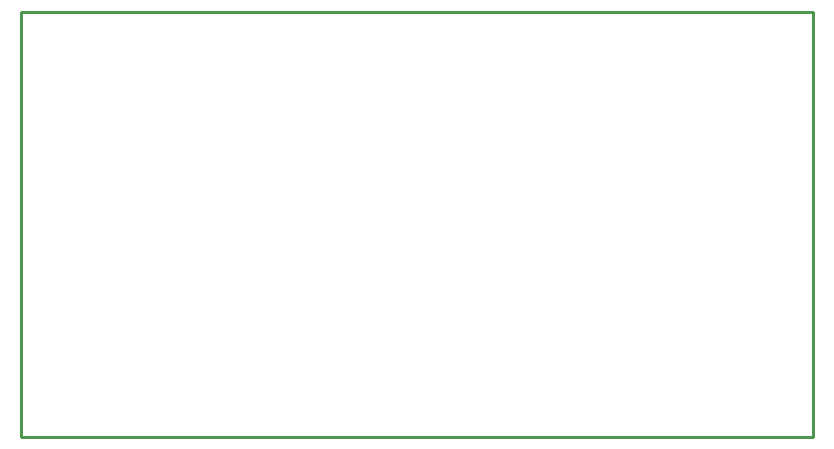
<source format=gko>
G04 Layer: BoardOutlineLayer*
G04 EasyEDA Pro v2.1.21.9b64d12f.b3811b, 2024-04-08 20:46:48*
G04 Gerber Generator version 0.3*
G04 Scale: 100 percent, Rotated: No, Reflected: No*
G04 Dimensions in millimeters*
G04 Leading zeros omitted, absolute positions, 3 integers and 3 decimals*
%FSLAX33Y33*%
%MOMM*%
%ADD10C,0.254*%
G75*


G04 Rect Start*
G54D10*
G01X-3048Y3302D02*
G01X-3048Y-32698D01*
G01X63952D01*
G01Y3302D01*
G01X-3048D01*
G04 Rect End*

M02*

</source>
